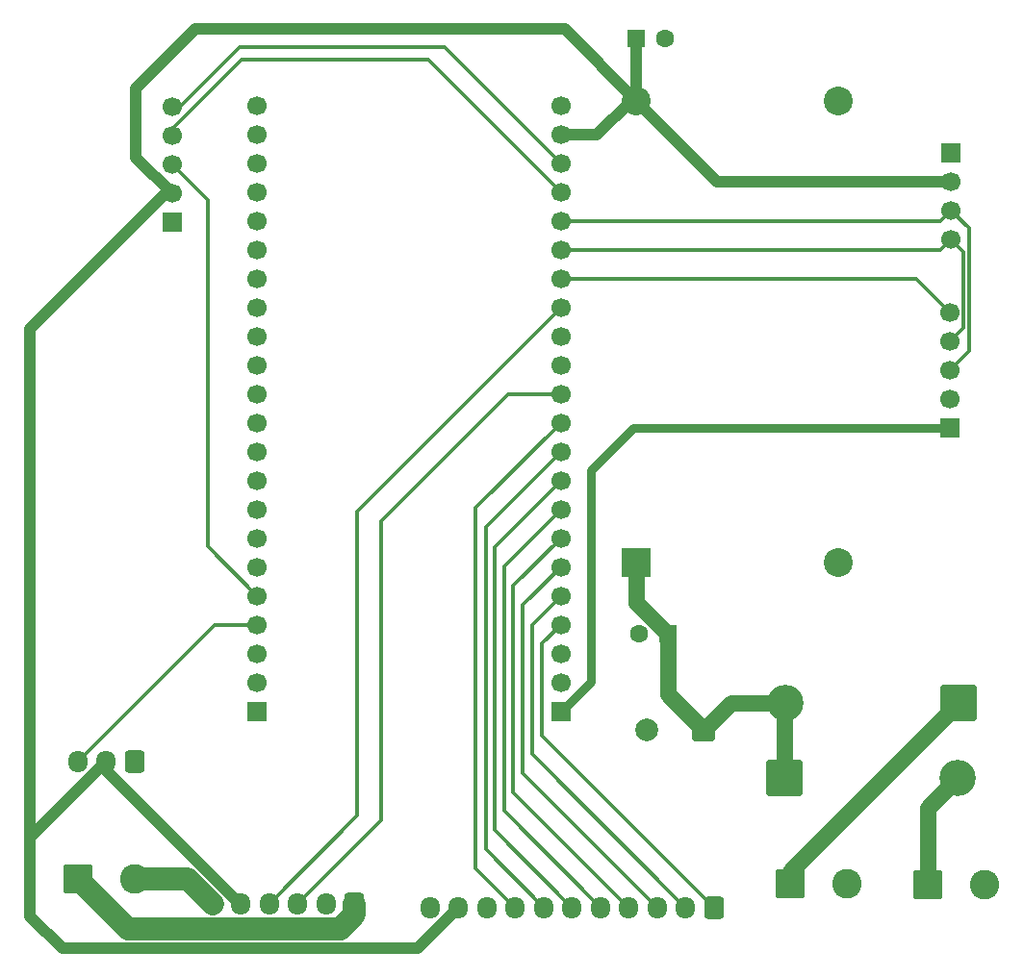
<source format=gbr>
%TF.GenerationSoftware,KiCad,Pcbnew,9.0.3*%
%TF.CreationDate,2025-12-20T12:47:06+07:00*%
%TF.ProjectId,shield,73686965-6c64-42e6-9b69-6361645f7063,rev?*%
%TF.SameCoordinates,Original*%
%TF.FileFunction,Copper,L1,Top*%
%TF.FilePolarity,Positive*%
%FSLAX46Y46*%
G04 Gerber Fmt 4.6, Leading zero omitted, Abs format (unit mm)*
G04 Created by KiCad (PCBNEW 9.0.3) date 2025-12-20 12:47:06*
%MOMM*%
%LPD*%
G01*
G04 APERTURE LIST*
G04 Aperture macros list*
%AMRoundRect*
0 Rectangle with rounded corners*
0 $1 Rounding radius*
0 $2 $3 $4 $5 $6 $7 $8 $9 X,Y pos of 4 corners*
0 Add a 4 corners polygon primitive as box body*
4,1,4,$2,$3,$4,$5,$6,$7,$8,$9,$2,$3,0*
0 Add four circle primitives for the rounded corners*
1,1,$1+$1,$2,$3*
1,1,$1+$1,$4,$5*
1,1,$1+$1,$6,$7*
1,1,$1+$1,$8,$9*
0 Add four rect primitives between the rounded corners*
20,1,$1+$1,$2,$3,$4,$5,0*
20,1,$1+$1,$4,$5,$6,$7,0*
20,1,$1+$1,$6,$7,$8,$9,0*
20,1,$1+$1,$8,$9,$2,$3,0*%
G04 Aperture macros list end*
%TA.AperFunction,ComponentPad*%
%ADD10RoundRect,0.250000X-1.050000X-1.050000X1.050000X-1.050000X1.050000X1.050000X-1.050000X1.050000X0*%
%TD*%
%TA.AperFunction,ComponentPad*%
%ADD11C,2.600000*%
%TD*%
%TA.AperFunction,ComponentPad*%
%ADD12RoundRect,0.250000X1.350000X1.350000X-1.350000X1.350000X-1.350000X-1.350000X1.350000X-1.350000X0*%
%TD*%
%TA.AperFunction,ComponentPad*%
%ADD13C,3.200000*%
%TD*%
%TA.AperFunction,ComponentPad*%
%ADD14R,1.700000X1.700000*%
%TD*%
%TA.AperFunction,ComponentPad*%
%ADD15C,1.700000*%
%TD*%
%TA.AperFunction,ComponentPad*%
%ADD16RoundRect,0.250000X0.550000X0.550000X-0.550000X0.550000X-0.550000X-0.550000X0.550000X-0.550000X0*%
%TD*%
%TA.AperFunction,ComponentPad*%
%ADD17C,1.600000*%
%TD*%
%TA.AperFunction,ComponentPad*%
%ADD18RoundRect,0.250000X-1.350000X-1.350000X1.350000X-1.350000X1.350000X1.350000X-1.350000X1.350000X0*%
%TD*%
%TA.AperFunction,ComponentPad*%
%ADD19RoundRect,0.250000X0.600000X0.725000X-0.600000X0.725000X-0.600000X-0.725000X0.600000X-0.725000X0*%
%TD*%
%TA.AperFunction,ComponentPad*%
%ADD20O,1.700000X1.950000*%
%TD*%
%TA.AperFunction,ComponentPad*%
%ADD21RoundRect,0.250000X-0.550000X-0.550000X0.550000X-0.550000X0.550000X0.550000X-0.550000X0.550000X0*%
%TD*%
%TA.AperFunction,ComponentPad*%
%ADD22RoundRect,0.250000X0.750000X0.750000X-0.750000X0.750000X-0.750000X-0.750000X0.750000X-0.750000X0*%
%TD*%
%TA.AperFunction,ComponentPad*%
%ADD23C,2.000000*%
%TD*%
%TA.AperFunction,ComponentPad*%
%ADD24R,2.540000X2.540000*%
%TD*%
%TA.AperFunction,ComponentPad*%
%ADD25C,2.540000*%
%TD*%
%TA.AperFunction,Conductor*%
%ADD26C,1.400000*%
%TD*%
%TA.AperFunction,Conductor*%
%ADD27C,0.300000*%
%TD*%
%TA.AperFunction,Conductor*%
%ADD28C,0.800000*%
%TD*%
%TA.AperFunction,Conductor*%
%ADD29C,1.000000*%
%TD*%
%TA.AperFunction,Conductor*%
%ADD30C,2.000000*%
%TD*%
G04 APERTURE END LIST*
D10*
%TO.P,J4,1,Pin_1*%
%TO.N,Net-(D2-A)*%
X190768600Y-139389900D03*
D11*
%TO.P,J4,2,Pin_2*%
%TO.N,GND*%
X195768600Y-139389900D03*
%TD*%
D12*
%TO.P,D1,1,K*%
%TO.N,Net-(D1-K)*%
X193471800Y-123367800D03*
D13*
%TO.P,D1,2,A*%
%TO.N,VCC*%
X178231800Y-123367800D03*
%TD*%
D14*
%TO.P,J8,1,Pin_1*%
%TO.N,+3V3*%
X158496400Y-124135200D03*
D15*
%TO.P,J8,2,Pin_2*%
%TO.N,unconnected-(J8-Pin_2-Pad2)*%
X158496400Y-121595200D03*
%TO.P,J8,3,Pin_3*%
%TO.N,unconnected-(J8-Pin_3-Pad3)*%
X158496400Y-119055200D03*
%TO.P,J8,4,Pin_4*%
%TO.N,/GPIO4*%
X158496400Y-116515200D03*
%TO.P,J8,5,Pin_5*%
%TO.N,/GPIO5*%
X158496400Y-113975200D03*
%TO.P,J8,6,Pin_6*%
%TO.N,/GPIO6*%
X158496400Y-111435200D03*
%TO.P,J8,7,Pin_7*%
%TO.N,/GPIO7*%
X158496400Y-108895200D03*
%TO.P,J8,8,Pin_8*%
%TO.N,/GPIO15*%
X158496400Y-106355200D03*
%TO.P,J8,9,Pin_9*%
%TO.N,/GPIO16*%
X158496400Y-103815200D03*
%TO.P,J8,10,Pin_10*%
%TO.N,/GPIO17*%
X158496400Y-101275200D03*
%TO.P,J8,11,Pin_11*%
%TO.N,/GPIO18*%
X158496400Y-98735200D03*
%TO.P,J8,12,Pin_12*%
%TO.N,/GPIO8*%
X158496400Y-96195200D03*
%TO.P,J8,13,Pin_13*%
%TO.N,unconnected-(J8-Pin_13-Pad13)*%
X158496400Y-93655200D03*
%TO.P,J8,14,Pin_14*%
%TO.N,unconnected-(J8-Pin_14-Pad14)*%
X158496400Y-91115200D03*
%TO.P,J8,15,Pin_15*%
%TO.N,/GPIO9*%
X158496400Y-88575200D03*
%TO.P,J8,16,Pin_16*%
%TO.N,/GPIO10*%
X158496400Y-86035200D03*
%TO.P,J8,17,Pin_17*%
%TO.N,/GPIO11+SDA*%
X158496400Y-83495200D03*
%TO.P,J8,18,Pin_18*%
%TO.N,/GPIO12+SCL*%
X158496400Y-80955200D03*
%TO.P,J8,19,Pin_19*%
%TO.N,/GPIO13*%
X158496400Y-78415200D03*
%TO.P,J8,20,Pin_20*%
%TO.N,/GPIO14*%
X158496400Y-75875200D03*
%TO.P,J8,21,Pin_21*%
%TO.N,+5V*%
X158496400Y-73335200D03*
%TO.P,J8,22,Pin_22*%
%TO.N,GND*%
X158496400Y-70795200D03*
%TD*%
D16*
%TO.P,C3,1*%
%TO.N,VCC*%
X167854513Y-117322600D03*
D17*
%TO.P,C3,2*%
%TO.N,GND*%
X165354513Y-117322600D03*
%TD*%
D18*
%TO.P,D2,1,K*%
%TO.N,VCC*%
X178130200Y-130022600D03*
D13*
%TO.P,D2,2,A*%
%TO.N,Net-(D2-A)*%
X193370200Y-130022600D03*
%TD*%
D10*
%TO.P,J15,1,Pin_1*%
%TO.N,Net-(D1-K)*%
X178627400Y-139339100D03*
D11*
%TO.P,J15,2,Pin_2*%
%TO.N,GND*%
X183627400Y-139339100D03*
%TD*%
D19*
%TO.P,J13,1,Pin_1*%
%TO.N,/M1*%
X140285800Y-141088600D03*
D20*
%TO.P,J13,2,Pin_2*%
%TO.N,GND*%
X137785800Y-141088600D03*
%TO.P,J13,3,Pin_3*%
%TO.N,/GPIO8*%
X135285800Y-141088600D03*
%TO.P,J13,4,Pin_4*%
%TO.N,/GPIO9*%
X132785800Y-141088600D03*
%TO.P,J13,5,Pin_5*%
%TO.N,+5V*%
X130285800Y-141088600D03*
%TO.P,J13,6,Pin_6*%
%TO.N,/M2*%
X127785800Y-141088600D03*
%TD*%
D14*
%TO.P,J6,1,Pin_1*%
%TO.N,GND*%
X192785600Y-74940000D03*
D15*
%TO.P,J6,2,Pin_2*%
%TO.N,+5V*%
X192785600Y-77480000D03*
%TO.P,J6,3,Pin_3*%
%TO.N,/GPIO12+SCL*%
X192785600Y-80020000D03*
%TO.P,J6,4,Pin_4*%
%TO.N,/GPIO11+SDA*%
X192785600Y-82560000D03*
%TD*%
D14*
%TO.P,J5,1,Pin_1*%
%TO.N,GND*%
X124231400Y-81076800D03*
D15*
%TO.P,J5,2,Pin_2*%
%TO.N,+5V*%
X124231400Y-78536800D03*
%TO.P,J5,3,Pin_3*%
%TO.N,/GPIO2*%
X124231400Y-75996800D03*
%TO.P,J5,4,Pin_4*%
%TO.N,/GPIO13*%
X124231400Y-73456800D03*
%TO.P,J5,5,Pin_5*%
%TO.N,/GPIO14*%
X124231400Y-70916800D03*
%TD*%
D19*
%TO.P,J3,1,Pin_1*%
%TO.N,GND*%
X120940200Y-128591800D03*
D20*
%TO.P,J3,2,Pin_2*%
%TO.N,+5V*%
X118440200Y-128591800D03*
%TO.P,J3,3,Pin_3*%
%TO.N,/GPIO1*%
X115940200Y-128591800D03*
%TD*%
D10*
%TO.P,J14,1,Pin_1*%
%TO.N,/M1*%
X115965600Y-138907300D03*
D11*
%TO.P,J14,2,Pin_2*%
%TO.N,/M2*%
X120965600Y-138907300D03*
%TD*%
D14*
%TO.P,J2,1,Pin_1*%
%TO.N,+3V3*%
X192684800Y-99182400D03*
D15*
%TO.P,J2,2,Pin_2*%
%TO.N,GND*%
X192684800Y-96642400D03*
%TO.P,J2,3,Pin_3*%
%TO.N,/GPIO12+SCL*%
X192684800Y-94102400D03*
%TO.P,J2,4,Pin_4*%
%TO.N,/GPIO11+SDA*%
X192684800Y-91562400D03*
%TO.P,J2,5,Pin_5*%
%TO.N,/GPIO10*%
X192684800Y-89022400D03*
%TD*%
D14*
%TO.P,J9,1,Pin_1*%
%TO.N,GND*%
X131726400Y-124135200D03*
D15*
%TO.P,J9,2,Pin_2*%
%TO.N,unconnected-(J9-Pin_2-Pad2)*%
X131726400Y-121595200D03*
%TO.P,J9,3,Pin_3*%
%TO.N,unconnected-(J9-Pin_3-Pad3)*%
X131726400Y-119055200D03*
%TO.P,J9,4,Pin_4*%
%TO.N,/GPIO1*%
X131726400Y-116515200D03*
%TO.P,J9,5,Pin_5*%
%TO.N,/GPIO2*%
X131726400Y-113975200D03*
%TO.P,J9,6,Pin_6*%
%TO.N,unconnected-(J9-Pin_6-Pad6)*%
X131726400Y-111435200D03*
%TO.P,J9,7,Pin_7*%
%TO.N,unconnected-(J9-Pin_7-Pad7)*%
X131726400Y-108895200D03*
%TO.P,J9,8,Pin_8*%
%TO.N,unconnected-(J9-Pin_8-Pad8)*%
X131726400Y-106355200D03*
%TO.P,J9,9,Pin_9*%
%TO.N,unconnected-(J9-Pin_9-Pad9)*%
X131726400Y-103815200D03*
%TO.P,J9,10,Pin_10*%
%TO.N,unconnected-(J9-Pin_10-Pad10)*%
X131726400Y-101275200D03*
%TO.P,J9,11,Pin_11*%
%TO.N,unconnected-(J9-Pin_11-Pad11)*%
X131726400Y-98735200D03*
%TO.P,J9,12,Pin_12*%
%TO.N,unconnected-(J9-Pin_12-Pad12)*%
X131726400Y-96195200D03*
%TO.P,J9,13,Pin_13*%
%TO.N,unconnected-(J9-Pin_13-Pad13)*%
X131726400Y-93655200D03*
%TO.P,J9,14,Pin_14*%
%TO.N,unconnected-(J9-Pin_14-Pad14)*%
X131726400Y-91115200D03*
%TO.P,J9,15,Pin_15*%
%TO.N,unconnected-(J9-Pin_15-Pad15)*%
X131726400Y-88575200D03*
%TO.P,J9,16,Pin_16*%
%TO.N,unconnected-(J9-Pin_16-Pad16)*%
X131726400Y-86035200D03*
%TO.P,J9,17,Pin_17*%
%TO.N,unconnected-(J9-Pin_17-Pad17)*%
X131726400Y-83495200D03*
%TO.P,J9,18,Pin_18*%
%TO.N,unconnected-(J9-Pin_18-Pad18)*%
X131726400Y-80955200D03*
%TO.P,J9,19,Pin_19*%
%TO.N,unconnected-(J9-Pin_19-Pad19)*%
X131726400Y-78415200D03*
%TO.P,J9,20,Pin_20*%
%TO.N,unconnected-(J9-Pin_20-Pad20)*%
X131726400Y-75875200D03*
%TO.P,J9,21,Pin_21*%
%TO.N,GND*%
X131726400Y-73335200D03*
%TO.P,J9,22,Pin_22*%
X131726400Y-70795200D03*
%TD*%
D21*
%TO.P,C5,1*%
%TO.N,+5V*%
X165114088Y-64871600D03*
D17*
%TO.P,C5,2*%
%TO.N,GND*%
X167614088Y-64871600D03*
%TD*%
D19*
%TO.P,J1,1,Pin_1*%
%TO.N,/GPIO4*%
X171937400Y-141410400D03*
D20*
%TO.P,J1,2,Pin_2*%
%TO.N,/GPIO5*%
X169437400Y-141410400D03*
%TO.P,J1,3,Pin_3*%
%TO.N,/GPIO6*%
X166937400Y-141410400D03*
%TO.P,J1,4,Pin_4*%
%TO.N,/GPIO7*%
X164437400Y-141410400D03*
%TO.P,J1,5,Pin_5*%
%TO.N,/GPIO15*%
X161937400Y-141410400D03*
%TO.P,J1,6,Pin_6*%
%TO.N,/GPIO16*%
X159437400Y-141410400D03*
%TO.P,J1,7,Pin_7*%
%TO.N,/GPIO17*%
X156937400Y-141410400D03*
%TO.P,J1,8,Pin_8*%
%TO.N,/GPIO18*%
X154437400Y-141410400D03*
%TO.P,J1,9,Pin_9*%
%TO.N,unconnected-(J1-Pin_9-Pad9)*%
X151937400Y-141410400D03*
%TO.P,J1,10,Pin_10*%
%TO.N,+5V*%
X149437400Y-141410400D03*
%TO.P,J1,11,Pin_11*%
%TO.N,GND*%
X146937400Y-141410400D03*
%TD*%
D22*
%TO.P,C1,1*%
%TO.N,VCC*%
X171014400Y-125806200D03*
D23*
%TO.P,C1,2*%
%TO.N,GND*%
X166014400Y-125806200D03*
%TD*%
D24*
%TO.P,U1,1,Vin*%
%TO.N,VCC*%
X165100000Y-111023400D03*
D25*
%TO.P,U1,2,GND*%
%TO.N,GND*%
X182880000Y-111023400D03*
%TO.P,U1,3,GND*%
X182880000Y-70383400D03*
%TO.P,U1,4,Vout*%
%TO.N,+5V*%
X165100000Y-70383400D03*
%TD*%
D26*
%TO.N,VCC*%
X178130200Y-123469400D02*
X178231800Y-123367800D01*
X178130200Y-130022600D02*
X178130200Y-123469400D01*
X167854513Y-117322600D02*
X167854513Y-122646313D01*
X165100000Y-114568087D02*
X167854513Y-117322600D01*
X178231800Y-123367800D02*
X173452800Y-123367800D01*
X165100000Y-111023400D02*
X165100000Y-114568087D01*
X173452800Y-123367800D02*
X171014400Y-125806200D01*
X167854513Y-122646313D02*
X171014400Y-125806200D01*
X178104800Y-123748800D02*
X178257200Y-123596400D01*
D27*
%TO.N,/GPIO8*%
X153842400Y-96195200D02*
X158496400Y-96195200D01*
X142621000Y-133753400D02*
X142621000Y-107416600D01*
X142621000Y-107416600D02*
X153842400Y-96195200D01*
X135285800Y-141088600D02*
X142621000Y-133753400D01*
%TO.N,/GPIO5*%
X169437400Y-141410400D02*
X155956200Y-127929200D01*
X155956200Y-116515400D02*
X158496400Y-113975200D01*
X155956200Y-127929200D02*
X155956200Y-116515400D01*
D28*
%TO.N,+3V3*%
X161086800Y-121544800D02*
X161086800Y-102895400D01*
X158496400Y-124135200D02*
X161086800Y-121544800D01*
X164799800Y-99182400D02*
X192684800Y-99182400D01*
X161086800Y-102895400D02*
X164799800Y-99182400D01*
D27*
%TO.N,/GPIO10*%
X192684800Y-89022400D02*
X189697600Y-86035200D01*
X189697600Y-86035200D02*
X158496400Y-86035200D01*
%TO.N,/GPIO9*%
X140538200Y-106533400D02*
X158496400Y-88575200D01*
X132785800Y-141088600D02*
X140538200Y-133336200D01*
X140538200Y-133336200D02*
X140538200Y-106533400D01*
%TO.N,/GPIO4*%
X156813000Y-126286000D02*
X156813000Y-118198600D01*
X156813000Y-118198600D02*
X158496400Y-116515200D01*
X171937400Y-141410400D02*
X156813000Y-126286000D01*
%TO.N,/GPIO1*%
X115940200Y-128591800D02*
X128016800Y-116515200D01*
X128016800Y-116515200D02*
X131726400Y-116515200D01*
%TO.N,/GPIO7*%
X164437400Y-141410400D02*
X154279600Y-131252600D01*
X154279600Y-131252600D02*
X154279600Y-113112000D01*
X154279600Y-113112000D02*
X158496400Y-108895200D01*
%TO.N,/GPIO6*%
X166937400Y-141410400D02*
X155117800Y-129590800D01*
X155117800Y-129590800D02*
X155117800Y-114813800D01*
X155117800Y-114813800D02*
X158496400Y-111435200D01*
%TO.N,/GPIO12+SCL*%
X194386800Y-81621200D02*
X192785600Y-80020000D01*
X191850400Y-80955200D02*
X158496400Y-80955200D01*
X194386800Y-92400400D02*
X194386800Y-81621200D01*
X192684800Y-94102400D02*
X194386800Y-92400400D01*
X192785600Y-80020000D02*
X191850400Y-80955200D01*
%TO.N,/GPIO16*%
X152628600Y-109683000D02*
X158496400Y-103815200D01*
X152628600Y-134601600D02*
X152628600Y-109683000D01*
X159437400Y-141410400D02*
X152628600Y-134601600D01*
%TO.N,/GPIO11+SDA*%
X191850400Y-83495200D02*
X158496400Y-83495200D01*
X192684800Y-91562400D02*
X193885800Y-90361400D01*
X193885800Y-90361400D02*
X193885800Y-83660200D01*
X193885800Y-83660200D02*
X192785600Y-82560000D01*
X192785600Y-82560000D02*
X191850400Y-83495200D01*
%TO.N,/GPIO15*%
X153441400Y-132914400D02*
X153441400Y-111410200D01*
X153441400Y-111410200D02*
X158496400Y-106355200D01*
X161937400Y-141410400D02*
X153441400Y-132914400D01*
%TO.N,/GPIO17*%
X156937400Y-141410400D02*
X151841200Y-136314200D01*
X151841200Y-107930400D02*
X158496400Y-101275200D01*
X151841200Y-136314200D02*
X151841200Y-107930400D01*
D29*
%TO.N,+5V*%
X149437400Y-141410400D02*
X145857200Y-144990600D01*
X172196600Y-77480000D02*
X192785600Y-77480000D01*
X114586800Y-144990600D02*
X111760000Y-142163800D01*
X121056400Y-75361800D02*
X124231400Y-78536800D01*
X126339600Y-64058800D02*
X121056400Y-69342000D01*
X158775400Y-64058800D02*
X126339600Y-64058800D01*
X118440200Y-129337422D02*
X130191378Y-141088600D01*
X111760000Y-135272000D02*
X118440200Y-128591800D01*
X161594800Y-73409900D02*
X158571100Y-73409900D01*
X130191378Y-141088600D02*
X130285800Y-141088600D01*
X165100000Y-70383400D02*
X164621300Y-70383400D01*
X121056400Y-69342000D02*
X121056400Y-75361800D01*
X111760000Y-90446200D02*
X123669400Y-78536800D01*
X165100000Y-70383400D02*
X158775400Y-64058800D01*
X165100000Y-70383400D02*
X172196600Y-77480000D01*
X165114088Y-64871600D02*
X165114088Y-70369312D01*
X111760000Y-135272000D02*
X111760000Y-90446200D01*
X111760000Y-142163800D02*
X111760000Y-135272000D01*
X145857200Y-144990600D02*
X114586800Y-144990600D01*
X164621300Y-70383400D02*
X161594800Y-73409900D01*
X165114088Y-70369312D02*
X165100000Y-70383400D01*
X118440200Y-128591800D02*
X118440200Y-129337422D01*
X158571100Y-73409900D02*
X158496400Y-73335200D01*
X123669400Y-78536800D02*
X124231400Y-78536800D01*
D27*
%TO.N,/GPIO18*%
X150977600Y-106254000D02*
X158496400Y-98735200D01*
X154437400Y-141410400D02*
X150977600Y-137950600D01*
X150977600Y-137950600D02*
X150977600Y-106254000D01*
%TO.N,/GPIO13*%
X124231400Y-72898000D02*
X130378200Y-66751200D01*
X146832400Y-66751200D02*
X158496400Y-78415200D01*
X124231400Y-73456800D02*
X124231400Y-72898000D01*
X130378200Y-66751200D02*
X146832400Y-66751200D01*
%TO.N,/GPIO14*%
X124231400Y-70916800D02*
X124942600Y-70916800D01*
X130225800Y-65633600D02*
X148254800Y-65633600D01*
X124942600Y-70916800D02*
X130225800Y-65633600D01*
X148254800Y-65633600D02*
X158496400Y-75875200D01*
%TO.N,/GPIO2*%
X124231400Y-75996800D02*
X127381000Y-79146400D01*
X127381000Y-79146400D02*
X127381000Y-109629800D01*
X127381000Y-109629800D02*
X131726400Y-113975200D01*
D26*
%TO.N,Net-(D1-K)*%
X178627400Y-138212200D02*
X193471800Y-123367800D01*
X178627400Y-139339100D02*
X178627400Y-138212200D01*
%TO.N,Net-(D2-A)*%
X190768600Y-132624200D02*
X193370200Y-130022600D01*
X190768600Y-139389900D02*
X190768600Y-132624200D01*
D30*
%TO.N,/M1*%
X115965600Y-138907300D02*
X120347900Y-143289600D01*
X139059800Y-143289600D02*
X140285800Y-142063600D01*
X120347900Y-143289600D02*
X139059800Y-143289600D01*
X140285800Y-142063600D02*
X140285800Y-141088600D01*
%TO.N,/M2*%
X120965600Y-138907300D02*
X125604500Y-138907300D01*
X125604500Y-138907300D02*
X127785800Y-141088600D01*
%TD*%
M02*

</source>
